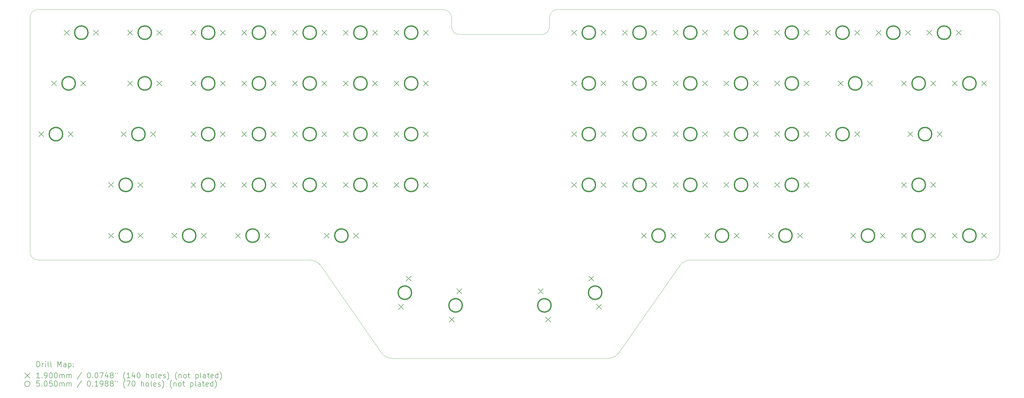
<source format=gbr>
%TF.GenerationSoftware,KiCad,Pcbnew,(6.0.10)*%
%TF.CreationDate,2023-02-11T23:58:20+13:00*%
%TF.ProjectId,orthoCode,6f727468-6f43-46f6-9465-2e6b69636164,rev?*%
%TF.SameCoordinates,Original*%
%TF.FileFunction,Drillmap*%
%TF.FilePolarity,Positive*%
%FSLAX45Y45*%
G04 Gerber Fmt 4.5, Leading zero omitted, Abs format (unit mm)*
G04 Created by KiCad (PCBNEW (6.0.10)) date 2023-02-11 23:58:20*
%MOMM*%
%LPD*%
G01*
G04 APERTURE LIST*
%ADD10C,0.050000*%
%ADD11C,0.200000*%
%ADD12C,0.190000*%
%ADD13C,0.505000*%
G04 APERTURE END LIST*
D10*
X38697868Y-15199998D02*
G75*
G03*
X38997868Y-14900000I2J299998D01*
G01*
X18420000Y-6440000D02*
G75*
G03*
X18720000Y-6740000I300000J0D01*
G01*
X27400000Y-15200724D02*
G75*
G03*
X27000000Y-15400000I10110J-521386D01*
G01*
X2900000Y-15200000D02*
X13100000Y-15200722D01*
X24300000Y-18900000D02*
X16190080Y-18900000D01*
X21800000Y-6740000D02*
G75*
G03*
X22100000Y-6440000I0J300000D01*
G01*
X2900000Y-5797868D02*
G75*
G03*
X2600000Y-6097868I0J-300000D01*
G01*
X2600000Y-6097868D02*
X2600000Y-14900000D01*
X27000000Y-15400000D02*
X24690080Y-18700060D01*
X18720000Y-6740000D02*
X21800000Y-6740000D01*
X22100000Y-6100000D02*
X22100000Y-6440000D01*
X38997868Y-6100000D02*
X38997868Y-14900000D01*
X2600000Y-14900000D02*
G75*
G03*
X2900000Y-15200000I300000J0D01*
G01*
X18419998Y-6100000D02*
G75*
G03*
X18120000Y-5800000I-299998J2D01*
G01*
X18120000Y-5800000D02*
X2900000Y-5797868D01*
X18420000Y-6100000D02*
X18420000Y-6440000D01*
X38697868Y-15200000D02*
X27400000Y-15200722D01*
X24300000Y-18900000D02*
G75*
G03*
X24690080Y-18700060I-10000J500000D01*
G01*
X15800000Y-18700060D02*
G75*
G03*
X16190080Y-18900000I400080J300060D01*
G01*
X38697868Y-5800000D02*
X22400000Y-5800000D01*
X13500000Y-15400000D02*
X15800000Y-18700060D01*
X38997868Y-6100000D02*
G75*
G03*
X38697868Y-5800000I-299998J2D01*
G01*
X22400000Y-5799998D02*
G75*
G03*
X22100000Y-6100000I0J-300000D01*
G01*
X13499999Y-15400001D02*
G75*
G03*
X13100000Y-15200722I-410109J-322099D01*
G01*
D11*
D12*
X2926875Y-10382500D02*
X3116875Y-10572500D01*
X3116875Y-10382500D02*
X2926875Y-10572500D01*
X3403125Y-8477500D02*
X3593125Y-8667500D01*
X3593125Y-8477500D02*
X3403125Y-8667500D01*
X3879375Y-6572500D02*
X4069375Y-6762500D01*
X4069375Y-6572500D02*
X3879375Y-6762500D01*
X4026875Y-10382500D02*
X4216875Y-10572500D01*
X4216875Y-10382500D02*
X4026875Y-10572500D01*
X4503125Y-8477500D02*
X4693125Y-8667500D01*
X4693125Y-8477500D02*
X4503125Y-8667500D01*
X4979375Y-6572500D02*
X5169375Y-6762500D01*
X5169375Y-6572500D02*
X4979375Y-6762500D01*
X5546250Y-12287500D02*
X5736250Y-12477500D01*
X5736250Y-12287500D02*
X5546250Y-12477500D01*
X5546250Y-14192500D02*
X5736250Y-14382500D01*
X5736250Y-14192500D02*
X5546250Y-14382500D01*
X6022500Y-10382500D02*
X6212500Y-10572500D01*
X6212500Y-10382500D02*
X6022500Y-10572500D01*
X6260625Y-6572500D02*
X6450625Y-6762500D01*
X6450625Y-6572500D02*
X6260625Y-6762500D01*
X6260625Y-8477500D02*
X6450625Y-8667500D01*
X6450625Y-8477500D02*
X6260625Y-8667500D01*
X6646250Y-12287500D02*
X6836250Y-12477500D01*
X6836250Y-12287500D02*
X6646250Y-12477500D01*
X6646250Y-14192500D02*
X6836250Y-14382500D01*
X6836250Y-14192500D02*
X6646250Y-14382500D01*
X7122500Y-10382500D02*
X7312500Y-10572500D01*
X7312500Y-10382500D02*
X7122500Y-10572500D01*
X7360625Y-6572500D02*
X7550625Y-6762500D01*
X7550625Y-6572500D02*
X7360625Y-6762500D01*
X7360625Y-8477500D02*
X7550625Y-8667500D01*
X7550625Y-8477500D02*
X7360625Y-8667500D01*
X7927500Y-14192500D02*
X8117500Y-14382500D01*
X8117500Y-14192500D02*
X7927500Y-14382500D01*
X8641875Y-6572500D02*
X8831875Y-6762500D01*
X8831875Y-6572500D02*
X8641875Y-6762500D01*
X8641875Y-8477500D02*
X8831875Y-8667500D01*
X8831875Y-8477500D02*
X8641875Y-8667500D01*
X8641875Y-10382500D02*
X8831875Y-10572500D01*
X8831875Y-10382500D02*
X8641875Y-10572500D01*
X8641875Y-12287500D02*
X8831875Y-12477500D01*
X8831875Y-12287500D02*
X8641875Y-12477500D01*
X9027500Y-14192500D02*
X9217500Y-14382500D01*
X9217500Y-14192500D02*
X9027500Y-14382500D01*
X9741875Y-6572500D02*
X9931875Y-6762500D01*
X9931875Y-6572500D02*
X9741875Y-6762500D01*
X9741875Y-8477500D02*
X9931875Y-8667500D01*
X9931875Y-8477500D02*
X9741875Y-8667500D01*
X9741875Y-10382500D02*
X9931875Y-10572500D01*
X9931875Y-10382500D02*
X9741875Y-10572500D01*
X9741875Y-12287500D02*
X9931875Y-12477500D01*
X9931875Y-12287500D02*
X9741875Y-12477500D01*
X10308750Y-14192500D02*
X10498750Y-14382500D01*
X10498750Y-14192500D02*
X10308750Y-14382500D01*
X10546875Y-6572500D02*
X10736875Y-6762500D01*
X10736875Y-6572500D02*
X10546875Y-6762500D01*
X10546875Y-8477500D02*
X10736875Y-8667500D01*
X10736875Y-8477500D02*
X10546875Y-8667500D01*
X10546875Y-10382500D02*
X10736875Y-10572500D01*
X10736875Y-10382500D02*
X10546875Y-10572500D01*
X10546875Y-12287500D02*
X10736875Y-12477500D01*
X10736875Y-12287500D02*
X10546875Y-12477500D01*
X11408750Y-14192500D02*
X11598750Y-14382500D01*
X11598750Y-14192500D02*
X11408750Y-14382500D01*
X11646875Y-6572500D02*
X11836875Y-6762500D01*
X11836875Y-6572500D02*
X11646875Y-6762500D01*
X11646875Y-8477500D02*
X11836875Y-8667500D01*
X11836875Y-8477500D02*
X11646875Y-8667500D01*
X11646875Y-10382500D02*
X11836875Y-10572500D01*
X11836875Y-10382500D02*
X11646875Y-10572500D01*
X11646875Y-12287500D02*
X11836875Y-12477500D01*
X11836875Y-12287500D02*
X11646875Y-12477500D01*
X12451875Y-6572500D02*
X12641875Y-6762500D01*
X12641875Y-6572500D02*
X12451875Y-6762500D01*
X12451875Y-8477500D02*
X12641875Y-8667500D01*
X12641875Y-8477500D02*
X12451875Y-8667500D01*
X12451875Y-10382500D02*
X12641875Y-10572500D01*
X12641875Y-10382500D02*
X12451875Y-10572500D01*
X12451875Y-12287500D02*
X12641875Y-12477500D01*
X12641875Y-12287500D02*
X12451875Y-12477500D01*
X13551875Y-6572500D02*
X13741875Y-6762500D01*
X13741875Y-6572500D02*
X13551875Y-6762500D01*
X13551875Y-8477500D02*
X13741875Y-8667500D01*
X13741875Y-8477500D02*
X13551875Y-8667500D01*
X13551875Y-10382500D02*
X13741875Y-10572500D01*
X13741875Y-10382500D02*
X13551875Y-10572500D01*
X13551875Y-12287500D02*
X13741875Y-12477500D01*
X13741875Y-12287500D02*
X13551875Y-12477500D01*
X13642500Y-14192500D02*
X13832500Y-14382500D01*
X13832500Y-14192500D02*
X13642500Y-14382500D01*
X14356875Y-6572500D02*
X14546875Y-6762500D01*
X14546875Y-6572500D02*
X14356875Y-6762500D01*
X14356875Y-8477500D02*
X14546875Y-8667500D01*
X14546875Y-8477500D02*
X14356875Y-8667500D01*
X14356875Y-10382500D02*
X14546875Y-10572500D01*
X14546875Y-10382500D02*
X14356875Y-10572500D01*
X14356875Y-12287500D02*
X14546875Y-12477500D01*
X14546875Y-12287500D02*
X14356875Y-12477500D01*
X14742500Y-14192500D02*
X14932500Y-14382500D01*
X14932500Y-14192500D02*
X14742500Y-14382500D01*
X15456875Y-6572500D02*
X15646875Y-6762500D01*
X15646875Y-6572500D02*
X15456875Y-6762500D01*
X15456875Y-8477500D02*
X15646875Y-8667500D01*
X15646875Y-8477500D02*
X15456875Y-8667500D01*
X15456875Y-10382500D02*
X15646875Y-10572500D01*
X15646875Y-10382500D02*
X15456875Y-10572500D01*
X15456875Y-12287500D02*
X15646875Y-12477500D01*
X15646875Y-12287500D02*
X15456875Y-12477500D01*
X16261875Y-6572500D02*
X16451875Y-6762500D01*
X16451875Y-6572500D02*
X16261875Y-6762500D01*
X16261875Y-8477500D02*
X16451875Y-8667500D01*
X16451875Y-8477500D02*
X16261875Y-8667500D01*
X16261875Y-10382500D02*
X16451875Y-10572500D01*
X16451875Y-10382500D02*
X16261875Y-10572500D01*
X16261875Y-12287500D02*
X16451875Y-12477500D01*
X16451875Y-12287500D02*
X16261875Y-12477500D01*
X16431399Y-16866884D02*
X16621399Y-17056884D01*
X16621399Y-16866884D02*
X16431399Y-17056884D01*
X16716100Y-15804366D02*
X16906101Y-15994366D01*
X16906101Y-15804366D02*
X16716100Y-15994366D01*
X17361875Y-6572500D02*
X17551875Y-6762500D01*
X17551875Y-6572500D02*
X17361875Y-6762500D01*
X17361875Y-8477500D02*
X17551875Y-8667500D01*
X17551875Y-8477500D02*
X17361875Y-8667500D01*
X17361875Y-10382500D02*
X17551875Y-10572500D01*
X17551875Y-10382500D02*
X17361875Y-10572500D01*
X17361875Y-12287500D02*
X17551875Y-12477500D01*
X17551875Y-12287500D02*
X17361875Y-12477500D01*
X18336400Y-17343134D02*
X18526400Y-17533134D01*
X18526400Y-17343134D02*
X18336400Y-17533134D01*
X18621101Y-16280616D02*
X18811101Y-16470616D01*
X18811101Y-16280616D02*
X18621101Y-16470616D01*
X21670150Y-16280616D02*
X21860150Y-16470616D01*
X21860150Y-16280616D02*
X21670150Y-16470616D01*
X21954851Y-17343134D02*
X22144851Y-17533134D01*
X22144851Y-17343134D02*
X21954851Y-17533134D01*
X22929375Y-6572500D02*
X23119375Y-6762500D01*
X23119375Y-6572500D02*
X22929375Y-6762500D01*
X22929375Y-8477500D02*
X23119375Y-8667500D01*
X23119375Y-8477500D02*
X22929375Y-8667500D01*
X22929375Y-10382500D02*
X23119375Y-10572500D01*
X23119375Y-10382500D02*
X22929375Y-10572500D01*
X22929375Y-12287500D02*
X23119375Y-12477500D01*
X23119375Y-12287500D02*
X22929375Y-12477500D01*
X23575149Y-15804366D02*
X23765149Y-15994366D01*
X23765149Y-15804366D02*
X23575149Y-15994366D01*
X23859850Y-16866884D02*
X24049850Y-17056884D01*
X24049850Y-16866884D02*
X23859850Y-17056884D01*
X24029375Y-6572500D02*
X24219375Y-6762500D01*
X24219375Y-6572500D02*
X24029375Y-6762500D01*
X24029375Y-8477500D02*
X24219375Y-8667500D01*
X24219375Y-8477500D02*
X24029375Y-8667500D01*
X24029375Y-10382500D02*
X24219375Y-10572500D01*
X24219375Y-10382500D02*
X24029375Y-10572500D01*
X24029375Y-12287500D02*
X24219375Y-12477500D01*
X24219375Y-12287500D02*
X24029375Y-12477500D01*
X24834375Y-6572500D02*
X25024375Y-6762500D01*
X25024375Y-6572500D02*
X24834375Y-6762500D01*
X24834375Y-8477500D02*
X25024375Y-8667500D01*
X25024375Y-8477500D02*
X24834375Y-8667500D01*
X24834375Y-10382500D02*
X25024375Y-10572500D01*
X25024375Y-10382500D02*
X24834375Y-10572500D01*
X24834375Y-12287500D02*
X25024375Y-12477500D01*
X25024375Y-12287500D02*
X24834375Y-12477500D01*
X25548750Y-14192500D02*
X25738750Y-14382500D01*
X25738750Y-14192500D02*
X25548750Y-14382500D01*
X25934375Y-6572500D02*
X26124375Y-6762500D01*
X26124375Y-6572500D02*
X25934375Y-6762500D01*
X25934375Y-8477500D02*
X26124375Y-8667500D01*
X26124375Y-8477500D02*
X25934375Y-8667500D01*
X25934375Y-10382500D02*
X26124375Y-10572500D01*
X26124375Y-10382500D02*
X25934375Y-10572500D01*
X25934375Y-12287500D02*
X26124375Y-12477500D01*
X26124375Y-12287500D02*
X25934375Y-12477500D01*
X26648750Y-14192500D02*
X26838750Y-14382500D01*
X26838750Y-14192500D02*
X26648750Y-14382500D01*
X26739375Y-6572500D02*
X26929375Y-6762500D01*
X26929375Y-6572500D02*
X26739375Y-6762500D01*
X26739375Y-8477500D02*
X26929375Y-8667500D01*
X26929375Y-8477500D02*
X26739375Y-8667500D01*
X26739375Y-10382500D02*
X26929375Y-10572500D01*
X26929375Y-10382500D02*
X26739375Y-10572500D01*
X26739375Y-12287500D02*
X26929375Y-12477500D01*
X26929375Y-12287500D02*
X26739375Y-12477500D01*
X27839375Y-6572500D02*
X28029375Y-6762500D01*
X28029375Y-6572500D02*
X27839375Y-6762500D01*
X27839375Y-8477500D02*
X28029375Y-8667500D01*
X28029375Y-8477500D02*
X27839375Y-8667500D01*
X27839375Y-10382500D02*
X28029375Y-10572500D01*
X28029375Y-10382500D02*
X27839375Y-10572500D01*
X27839375Y-12287500D02*
X28029375Y-12477500D01*
X28029375Y-12287500D02*
X27839375Y-12477500D01*
X27930000Y-14192500D02*
X28120000Y-14382500D01*
X28120000Y-14192500D02*
X27930000Y-14382500D01*
X28644375Y-6572500D02*
X28834375Y-6762500D01*
X28834375Y-6572500D02*
X28644375Y-6762500D01*
X28644375Y-8477500D02*
X28834375Y-8667500D01*
X28834375Y-8477500D02*
X28644375Y-8667500D01*
X28644375Y-10382500D02*
X28834375Y-10572500D01*
X28834375Y-10382500D02*
X28644375Y-10572500D01*
X28644375Y-12287500D02*
X28834375Y-12477500D01*
X28834375Y-12287500D02*
X28644375Y-12477500D01*
X29030000Y-14192500D02*
X29220000Y-14382500D01*
X29220000Y-14192500D02*
X29030000Y-14382500D01*
X29744375Y-6572500D02*
X29934375Y-6762500D01*
X29934375Y-6572500D02*
X29744375Y-6762500D01*
X29744375Y-8477500D02*
X29934375Y-8667500D01*
X29934375Y-8477500D02*
X29744375Y-8667500D01*
X29744375Y-10382500D02*
X29934375Y-10572500D01*
X29934375Y-10382500D02*
X29744375Y-10572500D01*
X29744375Y-12287500D02*
X29934375Y-12477500D01*
X29934375Y-12287500D02*
X29744375Y-12477500D01*
X30311250Y-14192500D02*
X30501250Y-14382500D01*
X30501250Y-14192500D02*
X30311250Y-14382500D01*
X30549375Y-6572500D02*
X30739375Y-6762500D01*
X30739375Y-6572500D02*
X30549375Y-6762500D01*
X30549375Y-8477500D02*
X30739375Y-8667500D01*
X30739375Y-8477500D02*
X30549375Y-8667500D01*
X30549375Y-10382500D02*
X30739375Y-10572500D01*
X30739375Y-10382500D02*
X30549375Y-10572500D01*
X30549375Y-12287500D02*
X30739375Y-12477500D01*
X30739375Y-12287500D02*
X30549375Y-12477500D01*
X31411250Y-14192500D02*
X31601250Y-14382500D01*
X31601250Y-14192500D02*
X31411250Y-14382500D01*
X31649375Y-6572500D02*
X31839375Y-6762500D01*
X31839375Y-6572500D02*
X31649375Y-6762500D01*
X31649375Y-8477500D02*
X31839375Y-8667500D01*
X31839375Y-8477500D02*
X31649375Y-8667500D01*
X31649375Y-10382500D02*
X31839375Y-10572500D01*
X31839375Y-10382500D02*
X31649375Y-10572500D01*
X31649375Y-12287500D02*
X31839375Y-12477500D01*
X31839375Y-12287500D02*
X31649375Y-12477500D01*
X32454375Y-6572500D02*
X32644375Y-6762500D01*
X32644375Y-6572500D02*
X32454375Y-6762500D01*
X32454375Y-10382500D02*
X32644375Y-10572500D01*
X32644375Y-10382500D02*
X32454375Y-10572500D01*
X32930625Y-8477500D02*
X33120625Y-8667500D01*
X33120625Y-8477500D02*
X32930625Y-8667500D01*
X33406875Y-14192500D02*
X33596875Y-14382500D01*
X33596875Y-14192500D02*
X33406875Y-14382500D01*
X33554375Y-6572500D02*
X33744375Y-6762500D01*
X33744375Y-6572500D02*
X33554375Y-6762500D01*
X33554375Y-10382500D02*
X33744375Y-10572500D01*
X33744375Y-10382500D02*
X33554375Y-10572500D01*
X34030625Y-8477500D02*
X34220625Y-8667500D01*
X34220625Y-8477500D02*
X34030625Y-8667500D01*
X34359375Y-6572500D02*
X34549375Y-6762500D01*
X34549375Y-6572500D02*
X34359375Y-6762500D01*
X34506875Y-14192500D02*
X34696875Y-14382500D01*
X34696875Y-14192500D02*
X34506875Y-14382500D01*
X35311875Y-8477500D02*
X35501875Y-8667500D01*
X35501875Y-8477500D02*
X35311875Y-8667500D01*
X35311875Y-12287500D02*
X35501875Y-12477500D01*
X35501875Y-12287500D02*
X35311875Y-12477500D01*
X35311875Y-14192500D02*
X35501875Y-14382500D01*
X35501875Y-14192500D02*
X35311875Y-14382500D01*
X35459375Y-6572500D02*
X35649375Y-6762500D01*
X35649375Y-6572500D02*
X35459375Y-6762500D01*
X35550000Y-10382500D02*
X35740000Y-10572500D01*
X35740000Y-10382500D02*
X35550000Y-10572500D01*
X36264375Y-6572500D02*
X36454375Y-6762500D01*
X36454375Y-6572500D02*
X36264375Y-6762500D01*
X36411875Y-8477500D02*
X36601875Y-8667500D01*
X36601875Y-8477500D02*
X36411875Y-8667500D01*
X36411875Y-12287500D02*
X36601875Y-12477500D01*
X36601875Y-12287500D02*
X36411875Y-12477500D01*
X36411875Y-14192500D02*
X36601875Y-14382500D01*
X36601875Y-14192500D02*
X36411875Y-14382500D01*
X36650000Y-10382500D02*
X36840000Y-10572500D01*
X36840000Y-10382500D02*
X36650000Y-10572500D01*
X37216875Y-8477500D02*
X37406875Y-8667500D01*
X37406875Y-8477500D02*
X37216875Y-8667500D01*
X37216875Y-14192500D02*
X37406875Y-14382500D01*
X37406875Y-14192500D02*
X37216875Y-14382500D01*
X37364375Y-6572500D02*
X37554375Y-6762500D01*
X37554375Y-6572500D02*
X37364375Y-6762500D01*
X38316875Y-8477500D02*
X38506875Y-8667500D01*
X38506875Y-8477500D02*
X38316875Y-8667500D01*
X38316875Y-14192500D02*
X38506875Y-14382500D01*
X38506875Y-14192500D02*
X38316875Y-14382500D01*
D13*
X3824375Y-10477500D02*
G75*
G03*
X3824375Y-10477500I-252500J0D01*
G01*
X4300625Y-8572500D02*
G75*
G03*
X4300625Y-8572500I-252500J0D01*
G01*
X4776875Y-6667500D02*
G75*
G03*
X4776875Y-6667500I-252500J0D01*
G01*
X6443750Y-12382500D02*
G75*
G03*
X6443750Y-12382500I-252500J0D01*
G01*
X6443750Y-14287500D02*
G75*
G03*
X6443750Y-14287500I-252500J0D01*
G01*
X6920000Y-10477500D02*
G75*
G03*
X6920000Y-10477500I-252500J0D01*
G01*
X7158125Y-6667500D02*
G75*
G03*
X7158125Y-6667500I-252500J0D01*
G01*
X7158125Y-8572500D02*
G75*
G03*
X7158125Y-8572500I-252500J0D01*
G01*
X8825000Y-14287500D02*
G75*
G03*
X8825000Y-14287500I-252500J0D01*
G01*
X9539375Y-6667500D02*
G75*
G03*
X9539375Y-6667500I-252500J0D01*
G01*
X9539375Y-8572500D02*
G75*
G03*
X9539375Y-8572500I-252500J0D01*
G01*
X9539375Y-10477500D02*
G75*
G03*
X9539375Y-10477500I-252500J0D01*
G01*
X9539375Y-12382500D02*
G75*
G03*
X9539375Y-12382500I-252500J0D01*
G01*
X11206250Y-14287500D02*
G75*
G03*
X11206250Y-14287500I-252500J0D01*
G01*
X11444375Y-6667500D02*
G75*
G03*
X11444375Y-6667500I-252500J0D01*
G01*
X11444375Y-8572500D02*
G75*
G03*
X11444375Y-8572500I-252500J0D01*
G01*
X11444375Y-10477500D02*
G75*
G03*
X11444375Y-10477500I-252500J0D01*
G01*
X11444375Y-12382500D02*
G75*
G03*
X11444375Y-12382500I-252500J0D01*
G01*
X13349375Y-6667500D02*
G75*
G03*
X13349375Y-6667500I-252500J0D01*
G01*
X13349375Y-8572500D02*
G75*
G03*
X13349375Y-8572500I-252500J0D01*
G01*
X13349375Y-10477500D02*
G75*
G03*
X13349375Y-10477500I-252500J0D01*
G01*
X13349375Y-12382500D02*
G75*
G03*
X13349375Y-12382500I-252500J0D01*
G01*
X14540000Y-14287500D02*
G75*
G03*
X14540000Y-14287500I-252500J0D01*
G01*
X15254375Y-6667500D02*
G75*
G03*
X15254375Y-6667500I-252500J0D01*
G01*
X15254375Y-8572500D02*
G75*
G03*
X15254375Y-8572500I-252500J0D01*
G01*
X15254375Y-10477500D02*
G75*
G03*
X15254375Y-10477500I-252500J0D01*
G01*
X15254375Y-12382500D02*
G75*
G03*
X15254375Y-12382500I-252500J0D01*
G01*
X16921250Y-16430625D02*
G75*
G03*
X16921250Y-16430625I-252500J0D01*
G01*
X17159375Y-6667500D02*
G75*
G03*
X17159375Y-6667500I-252500J0D01*
G01*
X17159375Y-8572500D02*
G75*
G03*
X17159375Y-8572500I-252500J0D01*
G01*
X17159375Y-10477500D02*
G75*
G03*
X17159375Y-10477500I-252500J0D01*
G01*
X17159375Y-12382500D02*
G75*
G03*
X17159375Y-12382500I-252500J0D01*
G01*
X18826250Y-16906875D02*
G75*
G03*
X18826250Y-16906875I-252500J0D01*
G01*
X22160000Y-16906875D02*
G75*
G03*
X22160000Y-16906875I-252500J0D01*
G01*
X23826875Y-6667500D02*
G75*
G03*
X23826875Y-6667500I-252500J0D01*
G01*
X23826875Y-8572500D02*
G75*
G03*
X23826875Y-8572500I-252500J0D01*
G01*
X23826875Y-10477500D02*
G75*
G03*
X23826875Y-10477500I-252500J0D01*
G01*
X23826875Y-12382500D02*
G75*
G03*
X23826875Y-12382500I-252500J0D01*
G01*
X24065000Y-16430625D02*
G75*
G03*
X24065000Y-16430625I-252500J0D01*
G01*
X25731875Y-6667500D02*
G75*
G03*
X25731875Y-6667500I-252500J0D01*
G01*
X25731875Y-8572500D02*
G75*
G03*
X25731875Y-8572500I-252500J0D01*
G01*
X25731875Y-10477500D02*
G75*
G03*
X25731875Y-10477500I-252500J0D01*
G01*
X25731875Y-12382500D02*
G75*
G03*
X25731875Y-12382500I-252500J0D01*
G01*
X26446250Y-14287500D02*
G75*
G03*
X26446250Y-14287500I-252500J0D01*
G01*
X27636875Y-6667500D02*
G75*
G03*
X27636875Y-6667500I-252500J0D01*
G01*
X27636875Y-8572500D02*
G75*
G03*
X27636875Y-8572500I-252500J0D01*
G01*
X27636875Y-10477500D02*
G75*
G03*
X27636875Y-10477500I-252500J0D01*
G01*
X27636875Y-12382500D02*
G75*
G03*
X27636875Y-12382500I-252500J0D01*
G01*
X28827500Y-14287500D02*
G75*
G03*
X28827500Y-14287500I-252500J0D01*
G01*
X29541875Y-6667500D02*
G75*
G03*
X29541875Y-6667500I-252500J0D01*
G01*
X29541875Y-8572500D02*
G75*
G03*
X29541875Y-8572500I-252500J0D01*
G01*
X29541875Y-10477500D02*
G75*
G03*
X29541875Y-10477500I-252500J0D01*
G01*
X29541875Y-12382500D02*
G75*
G03*
X29541875Y-12382500I-252500J0D01*
G01*
X31208750Y-14287500D02*
G75*
G03*
X31208750Y-14287500I-252500J0D01*
G01*
X31446875Y-6667500D02*
G75*
G03*
X31446875Y-6667500I-252500J0D01*
G01*
X31446875Y-8572500D02*
G75*
G03*
X31446875Y-8572500I-252500J0D01*
G01*
X31446875Y-10477500D02*
G75*
G03*
X31446875Y-10477500I-252500J0D01*
G01*
X31446875Y-12382500D02*
G75*
G03*
X31446875Y-12382500I-252500J0D01*
G01*
X33351875Y-6667500D02*
G75*
G03*
X33351875Y-6667500I-252500J0D01*
G01*
X33351875Y-10477500D02*
G75*
G03*
X33351875Y-10477500I-252500J0D01*
G01*
X33828125Y-8572500D02*
G75*
G03*
X33828125Y-8572500I-252500J0D01*
G01*
X34304375Y-14287500D02*
G75*
G03*
X34304375Y-14287500I-252500J0D01*
G01*
X35256875Y-6667500D02*
G75*
G03*
X35256875Y-6667500I-252500J0D01*
G01*
X36209375Y-8572500D02*
G75*
G03*
X36209375Y-8572500I-252500J0D01*
G01*
X36209375Y-12382500D02*
G75*
G03*
X36209375Y-12382500I-252500J0D01*
G01*
X36209375Y-14287500D02*
G75*
G03*
X36209375Y-14287500I-252500J0D01*
G01*
X36447500Y-10477500D02*
G75*
G03*
X36447500Y-10477500I-252500J0D01*
G01*
X37161875Y-6667500D02*
G75*
G03*
X37161875Y-6667500I-252500J0D01*
G01*
X38114375Y-8572500D02*
G75*
G03*
X38114375Y-8572500I-252500J0D01*
G01*
X38114375Y-14287500D02*
G75*
G03*
X38114375Y-14287500I-252500J0D01*
G01*
D11*
X2855119Y-19212976D02*
X2855119Y-19012976D01*
X2902738Y-19012976D01*
X2931309Y-19022500D01*
X2950357Y-19041548D01*
X2959881Y-19060595D01*
X2969405Y-19098691D01*
X2969405Y-19127262D01*
X2959881Y-19165357D01*
X2950357Y-19184405D01*
X2931309Y-19203452D01*
X2902738Y-19212976D01*
X2855119Y-19212976D01*
X3055119Y-19212976D02*
X3055119Y-19079643D01*
X3055119Y-19117738D02*
X3064643Y-19098691D01*
X3074167Y-19089167D01*
X3093214Y-19079643D01*
X3112262Y-19079643D01*
X3178928Y-19212976D02*
X3178928Y-19079643D01*
X3178928Y-19012976D02*
X3169405Y-19022500D01*
X3178928Y-19032024D01*
X3188452Y-19022500D01*
X3178928Y-19012976D01*
X3178928Y-19032024D01*
X3302738Y-19212976D02*
X3283690Y-19203452D01*
X3274167Y-19184405D01*
X3274167Y-19012976D01*
X3407500Y-19212976D02*
X3388452Y-19203452D01*
X3378928Y-19184405D01*
X3378928Y-19012976D01*
X3636071Y-19212976D02*
X3636071Y-19012976D01*
X3702738Y-19155833D01*
X3769405Y-19012976D01*
X3769405Y-19212976D01*
X3950357Y-19212976D02*
X3950357Y-19108214D01*
X3940833Y-19089167D01*
X3921786Y-19079643D01*
X3883690Y-19079643D01*
X3864643Y-19089167D01*
X3950357Y-19203452D02*
X3931309Y-19212976D01*
X3883690Y-19212976D01*
X3864643Y-19203452D01*
X3855119Y-19184405D01*
X3855119Y-19165357D01*
X3864643Y-19146310D01*
X3883690Y-19136786D01*
X3931309Y-19136786D01*
X3950357Y-19127262D01*
X4045595Y-19079643D02*
X4045595Y-19279643D01*
X4045595Y-19089167D02*
X4064643Y-19079643D01*
X4102738Y-19079643D01*
X4121786Y-19089167D01*
X4131309Y-19098691D01*
X4140833Y-19117738D01*
X4140833Y-19174881D01*
X4131309Y-19193929D01*
X4121786Y-19203452D01*
X4102738Y-19212976D01*
X4064643Y-19212976D01*
X4045595Y-19203452D01*
X4226548Y-19193929D02*
X4236071Y-19203452D01*
X4226548Y-19212976D01*
X4217024Y-19203452D01*
X4226548Y-19193929D01*
X4226548Y-19212976D01*
X4226548Y-19089167D02*
X4236071Y-19098691D01*
X4226548Y-19108214D01*
X4217024Y-19098691D01*
X4226548Y-19089167D01*
X4226548Y-19108214D01*
D12*
X2407500Y-19447500D02*
X2597500Y-19637500D01*
X2597500Y-19447500D02*
X2407500Y-19637500D01*
D11*
X2959881Y-19632976D02*
X2845595Y-19632976D01*
X2902738Y-19632976D02*
X2902738Y-19432976D01*
X2883690Y-19461548D01*
X2864643Y-19480595D01*
X2845595Y-19490119D01*
X3045595Y-19613929D02*
X3055119Y-19623452D01*
X3045595Y-19632976D01*
X3036071Y-19623452D01*
X3045595Y-19613929D01*
X3045595Y-19632976D01*
X3150357Y-19632976D02*
X3188452Y-19632976D01*
X3207500Y-19623452D01*
X3217024Y-19613929D01*
X3236071Y-19585357D01*
X3245595Y-19547262D01*
X3245595Y-19471072D01*
X3236071Y-19452024D01*
X3226548Y-19442500D01*
X3207500Y-19432976D01*
X3169405Y-19432976D01*
X3150357Y-19442500D01*
X3140833Y-19452024D01*
X3131309Y-19471072D01*
X3131309Y-19518691D01*
X3140833Y-19537738D01*
X3150357Y-19547262D01*
X3169405Y-19556786D01*
X3207500Y-19556786D01*
X3226548Y-19547262D01*
X3236071Y-19537738D01*
X3245595Y-19518691D01*
X3369405Y-19432976D02*
X3388452Y-19432976D01*
X3407500Y-19442500D01*
X3417024Y-19452024D01*
X3426548Y-19471072D01*
X3436071Y-19509167D01*
X3436071Y-19556786D01*
X3426548Y-19594881D01*
X3417024Y-19613929D01*
X3407500Y-19623452D01*
X3388452Y-19632976D01*
X3369405Y-19632976D01*
X3350357Y-19623452D01*
X3340833Y-19613929D01*
X3331309Y-19594881D01*
X3321786Y-19556786D01*
X3321786Y-19509167D01*
X3331309Y-19471072D01*
X3340833Y-19452024D01*
X3350357Y-19442500D01*
X3369405Y-19432976D01*
X3559881Y-19432976D02*
X3578928Y-19432976D01*
X3597976Y-19442500D01*
X3607500Y-19452024D01*
X3617024Y-19471072D01*
X3626548Y-19509167D01*
X3626548Y-19556786D01*
X3617024Y-19594881D01*
X3607500Y-19613929D01*
X3597976Y-19623452D01*
X3578928Y-19632976D01*
X3559881Y-19632976D01*
X3540833Y-19623452D01*
X3531309Y-19613929D01*
X3521786Y-19594881D01*
X3512262Y-19556786D01*
X3512262Y-19509167D01*
X3521786Y-19471072D01*
X3531309Y-19452024D01*
X3540833Y-19442500D01*
X3559881Y-19432976D01*
X3712262Y-19632976D02*
X3712262Y-19499643D01*
X3712262Y-19518691D02*
X3721786Y-19509167D01*
X3740833Y-19499643D01*
X3769405Y-19499643D01*
X3788452Y-19509167D01*
X3797976Y-19528214D01*
X3797976Y-19632976D01*
X3797976Y-19528214D02*
X3807500Y-19509167D01*
X3826548Y-19499643D01*
X3855119Y-19499643D01*
X3874167Y-19509167D01*
X3883690Y-19528214D01*
X3883690Y-19632976D01*
X3978928Y-19632976D02*
X3978928Y-19499643D01*
X3978928Y-19518691D02*
X3988452Y-19509167D01*
X4007500Y-19499643D01*
X4036071Y-19499643D01*
X4055119Y-19509167D01*
X4064643Y-19528214D01*
X4064643Y-19632976D01*
X4064643Y-19528214D02*
X4074167Y-19509167D01*
X4093214Y-19499643D01*
X4121786Y-19499643D01*
X4140833Y-19509167D01*
X4150357Y-19528214D01*
X4150357Y-19632976D01*
X4540833Y-19423452D02*
X4369405Y-19680595D01*
X4797976Y-19432976D02*
X4817024Y-19432976D01*
X4836071Y-19442500D01*
X4845595Y-19452024D01*
X4855119Y-19471072D01*
X4864643Y-19509167D01*
X4864643Y-19556786D01*
X4855119Y-19594881D01*
X4845595Y-19613929D01*
X4836071Y-19623452D01*
X4817024Y-19632976D01*
X4797976Y-19632976D01*
X4778929Y-19623452D01*
X4769405Y-19613929D01*
X4759881Y-19594881D01*
X4750357Y-19556786D01*
X4750357Y-19509167D01*
X4759881Y-19471072D01*
X4769405Y-19452024D01*
X4778929Y-19442500D01*
X4797976Y-19432976D01*
X4950357Y-19613929D02*
X4959881Y-19623452D01*
X4950357Y-19632976D01*
X4940833Y-19623452D01*
X4950357Y-19613929D01*
X4950357Y-19632976D01*
X5083690Y-19432976D02*
X5102738Y-19432976D01*
X5121786Y-19442500D01*
X5131310Y-19452024D01*
X5140833Y-19471072D01*
X5150357Y-19509167D01*
X5150357Y-19556786D01*
X5140833Y-19594881D01*
X5131310Y-19613929D01*
X5121786Y-19623452D01*
X5102738Y-19632976D01*
X5083690Y-19632976D01*
X5064643Y-19623452D01*
X5055119Y-19613929D01*
X5045595Y-19594881D01*
X5036071Y-19556786D01*
X5036071Y-19509167D01*
X5045595Y-19471072D01*
X5055119Y-19452024D01*
X5064643Y-19442500D01*
X5083690Y-19432976D01*
X5217024Y-19432976D02*
X5350357Y-19432976D01*
X5264643Y-19632976D01*
X5512262Y-19499643D02*
X5512262Y-19632976D01*
X5464643Y-19423452D02*
X5417024Y-19566310D01*
X5540833Y-19566310D01*
X5645595Y-19518691D02*
X5626548Y-19509167D01*
X5617024Y-19499643D01*
X5607500Y-19480595D01*
X5607500Y-19471072D01*
X5617024Y-19452024D01*
X5626548Y-19442500D01*
X5645595Y-19432976D01*
X5683690Y-19432976D01*
X5702738Y-19442500D01*
X5712262Y-19452024D01*
X5721786Y-19471072D01*
X5721786Y-19480595D01*
X5712262Y-19499643D01*
X5702738Y-19509167D01*
X5683690Y-19518691D01*
X5645595Y-19518691D01*
X5626548Y-19528214D01*
X5617024Y-19537738D01*
X5607500Y-19556786D01*
X5607500Y-19594881D01*
X5617024Y-19613929D01*
X5626548Y-19623452D01*
X5645595Y-19632976D01*
X5683690Y-19632976D01*
X5702738Y-19623452D01*
X5712262Y-19613929D01*
X5721786Y-19594881D01*
X5721786Y-19556786D01*
X5712262Y-19537738D01*
X5702738Y-19528214D01*
X5683690Y-19518691D01*
X5797976Y-19432976D02*
X5797976Y-19471072D01*
X5874167Y-19432976D02*
X5874167Y-19471072D01*
X6169405Y-19709167D02*
X6159881Y-19699643D01*
X6140833Y-19671072D01*
X6131309Y-19652024D01*
X6121786Y-19623452D01*
X6112262Y-19575833D01*
X6112262Y-19537738D01*
X6121786Y-19490119D01*
X6131309Y-19461548D01*
X6140833Y-19442500D01*
X6159881Y-19413929D01*
X6169405Y-19404405D01*
X6350357Y-19632976D02*
X6236071Y-19632976D01*
X6293214Y-19632976D02*
X6293214Y-19432976D01*
X6274167Y-19461548D01*
X6255119Y-19480595D01*
X6236071Y-19490119D01*
X6521786Y-19499643D02*
X6521786Y-19632976D01*
X6474167Y-19423452D02*
X6426548Y-19566310D01*
X6550357Y-19566310D01*
X6664643Y-19432976D02*
X6683690Y-19432976D01*
X6702738Y-19442500D01*
X6712262Y-19452024D01*
X6721786Y-19471072D01*
X6731309Y-19509167D01*
X6731309Y-19556786D01*
X6721786Y-19594881D01*
X6712262Y-19613929D01*
X6702738Y-19623452D01*
X6683690Y-19632976D01*
X6664643Y-19632976D01*
X6645595Y-19623452D01*
X6636071Y-19613929D01*
X6626548Y-19594881D01*
X6617024Y-19556786D01*
X6617024Y-19509167D01*
X6626548Y-19471072D01*
X6636071Y-19452024D01*
X6645595Y-19442500D01*
X6664643Y-19432976D01*
X6969405Y-19632976D02*
X6969405Y-19432976D01*
X7055119Y-19632976D02*
X7055119Y-19528214D01*
X7045595Y-19509167D01*
X7026548Y-19499643D01*
X6997976Y-19499643D01*
X6978928Y-19509167D01*
X6969405Y-19518691D01*
X7178928Y-19632976D02*
X7159881Y-19623452D01*
X7150357Y-19613929D01*
X7140833Y-19594881D01*
X7140833Y-19537738D01*
X7150357Y-19518691D01*
X7159881Y-19509167D01*
X7178928Y-19499643D01*
X7207500Y-19499643D01*
X7226548Y-19509167D01*
X7236071Y-19518691D01*
X7245595Y-19537738D01*
X7245595Y-19594881D01*
X7236071Y-19613929D01*
X7226548Y-19623452D01*
X7207500Y-19632976D01*
X7178928Y-19632976D01*
X7359881Y-19632976D02*
X7340833Y-19623452D01*
X7331309Y-19604405D01*
X7331309Y-19432976D01*
X7512262Y-19623452D02*
X7493214Y-19632976D01*
X7455119Y-19632976D01*
X7436071Y-19623452D01*
X7426548Y-19604405D01*
X7426548Y-19528214D01*
X7436071Y-19509167D01*
X7455119Y-19499643D01*
X7493214Y-19499643D01*
X7512262Y-19509167D01*
X7521786Y-19528214D01*
X7521786Y-19547262D01*
X7426548Y-19566310D01*
X7597976Y-19623452D02*
X7617024Y-19632976D01*
X7655119Y-19632976D01*
X7674167Y-19623452D01*
X7683690Y-19604405D01*
X7683690Y-19594881D01*
X7674167Y-19575833D01*
X7655119Y-19566310D01*
X7626548Y-19566310D01*
X7607500Y-19556786D01*
X7597976Y-19537738D01*
X7597976Y-19528214D01*
X7607500Y-19509167D01*
X7626548Y-19499643D01*
X7655119Y-19499643D01*
X7674167Y-19509167D01*
X7750357Y-19709167D02*
X7759881Y-19699643D01*
X7778928Y-19671072D01*
X7788452Y-19652024D01*
X7797976Y-19623452D01*
X7807500Y-19575833D01*
X7807500Y-19537738D01*
X7797976Y-19490119D01*
X7788452Y-19461548D01*
X7778928Y-19442500D01*
X7759881Y-19413929D01*
X7750357Y-19404405D01*
X8112262Y-19709167D02*
X8102738Y-19699643D01*
X8083690Y-19671072D01*
X8074167Y-19652024D01*
X8064643Y-19623452D01*
X8055119Y-19575833D01*
X8055119Y-19537738D01*
X8064643Y-19490119D01*
X8074167Y-19461548D01*
X8083690Y-19442500D01*
X8102738Y-19413929D01*
X8112262Y-19404405D01*
X8188452Y-19499643D02*
X8188452Y-19632976D01*
X8188452Y-19518691D02*
X8197976Y-19509167D01*
X8217024Y-19499643D01*
X8245595Y-19499643D01*
X8264643Y-19509167D01*
X8274167Y-19528214D01*
X8274167Y-19632976D01*
X8397976Y-19632976D02*
X8378928Y-19623452D01*
X8369405Y-19613929D01*
X8359881Y-19594881D01*
X8359881Y-19537738D01*
X8369405Y-19518691D01*
X8378928Y-19509167D01*
X8397976Y-19499643D01*
X8426548Y-19499643D01*
X8445595Y-19509167D01*
X8455119Y-19518691D01*
X8464643Y-19537738D01*
X8464643Y-19594881D01*
X8455119Y-19613929D01*
X8445595Y-19623452D01*
X8426548Y-19632976D01*
X8397976Y-19632976D01*
X8521786Y-19499643D02*
X8597976Y-19499643D01*
X8550357Y-19432976D02*
X8550357Y-19604405D01*
X8559881Y-19623452D01*
X8578929Y-19632976D01*
X8597976Y-19632976D01*
X8817024Y-19499643D02*
X8817024Y-19699643D01*
X8817024Y-19509167D02*
X8836071Y-19499643D01*
X8874167Y-19499643D01*
X8893214Y-19509167D01*
X8902738Y-19518691D01*
X8912262Y-19537738D01*
X8912262Y-19594881D01*
X8902738Y-19613929D01*
X8893214Y-19623452D01*
X8874167Y-19632976D01*
X8836071Y-19632976D01*
X8817024Y-19623452D01*
X9026548Y-19632976D02*
X9007500Y-19623452D01*
X8997976Y-19604405D01*
X8997976Y-19432976D01*
X9188452Y-19632976D02*
X9188452Y-19528214D01*
X9178929Y-19509167D01*
X9159881Y-19499643D01*
X9121786Y-19499643D01*
X9102738Y-19509167D01*
X9188452Y-19623452D02*
X9169405Y-19632976D01*
X9121786Y-19632976D01*
X9102738Y-19623452D01*
X9093214Y-19604405D01*
X9093214Y-19585357D01*
X9102738Y-19566310D01*
X9121786Y-19556786D01*
X9169405Y-19556786D01*
X9188452Y-19547262D01*
X9255119Y-19499643D02*
X9331310Y-19499643D01*
X9283690Y-19432976D02*
X9283690Y-19604405D01*
X9293214Y-19623452D01*
X9312262Y-19632976D01*
X9331310Y-19632976D01*
X9474167Y-19623452D02*
X9455119Y-19632976D01*
X9417024Y-19632976D01*
X9397976Y-19623452D01*
X9388452Y-19604405D01*
X9388452Y-19528214D01*
X9397976Y-19509167D01*
X9417024Y-19499643D01*
X9455119Y-19499643D01*
X9474167Y-19509167D01*
X9483690Y-19528214D01*
X9483690Y-19547262D01*
X9388452Y-19566310D01*
X9655119Y-19632976D02*
X9655119Y-19432976D01*
X9655119Y-19623452D02*
X9636071Y-19632976D01*
X9597976Y-19632976D01*
X9578929Y-19623452D01*
X9569405Y-19613929D01*
X9559881Y-19594881D01*
X9559881Y-19537738D01*
X9569405Y-19518691D01*
X9578929Y-19509167D01*
X9597976Y-19499643D01*
X9636071Y-19499643D01*
X9655119Y-19509167D01*
X9731310Y-19709167D02*
X9740833Y-19699643D01*
X9759881Y-19671072D01*
X9769405Y-19652024D01*
X9778929Y-19623452D01*
X9788452Y-19575833D01*
X9788452Y-19537738D01*
X9778929Y-19490119D01*
X9769405Y-19461548D01*
X9759881Y-19442500D01*
X9740833Y-19413929D01*
X9731310Y-19404405D01*
X2597500Y-19852500D02*
G75*
G03*
X2597500Y-19852500I-100000J0D01*
G01*
X2950357Y-19742976D02*
X2855119Y-19742976D01*
X2845595Y-19838214D01*
X2855119Y-19828691D01*
X2874167Y-19819167D01*
X2921786Y-19819167D01*
X2940833Y-19828691D01*
X2950357Y-19838214D01*
X2959881Y-19857262D01*
X2959881Y-19904881D01*
X2950357Y-19923929D01*
X2940833Y-19933452D01*
X2921786Y-19942976D01*
X2874167Y-19942976D01*
X2855119Y-19933452D01*
X2845595Y-19923929D01*
X3045595Y-19923929D02*
X3055119Y-19933452D01*
X3045595Y-19942976D01*
X3036071Y-19933452D01*
X3045595Y-19923929D01*
X3045595Y-19942976D01*
X3178928Y-19742976D02*
X3197976Y-19742976D01*
X3217024Y-19752500D01*
X3226548Y-19762024D01*
X3236071Y-19781072D01*
X3245595Y-19819167D01*
X3245595Y-19866786D01*
X3236071Y-19904881D01*
X3226548Y-19923929D01*
X3217024Y-19933452D01*
X3197976Y-19942976D01*
X3178928Y-19942976D01*
X3159881Y-19933452D01*
X3150357Y-19923929D01*
X3140833Y-19904881D01*
X3131309Y-19866786D01*
X3131309Y-19819167D01*
X3140833Y-19781072D01*
X3150357Y-19762024D01*
X3159881Y-19752500D01*
X3178928Y-19742976D01*
X3426548Y-19742976D02*
X3331309Y-19742976D01*
X3321786Y-19838214D01*
X3331309Y-19828691D01*
X3350357Y-19819167D01*
X3397976Y-19819167D01*
X3417024Y-19828691D01*
X3426548Y-19838214D01*
X3436071Y-19857262D01*
X3436071Y-19904881D01*
X3426548Y-19923929D01*
X3417024Y-19933452D01*
X3397976Y-19942976D01*
X3350357Y-19942976D01*
X3331309Y-19933452D01*
X3321786Y-19923929D01*
X3559881Y-19742976D02*
X3578928Y-19742976D01*
X3597976Y-19752500D01*
X3607500Y-19762024D01*
X3617024Y-19781072D01*
X3626548Y-19819167D01*
X3626548Y-19866786D01*
X3617024Y-19904881D01*
X3607500Y-19923929D01*
X3597976Y-19933452D01*
X3578928Y-19942976D01*
X3559881Y-19942976D01*
X3540833Y-19933452D01*
X3531309Y-19923929D01*
X3521786Y-19904881D01*
X3512262Y-19866786D01*
X3512262Y-19819167D01*
X3521786Y-19781072D01*
X3531309Y-19762024D01*
X3540833Y-19752500D01*
X3559881Y-19742976D01*
X3712262Y-19942976D02*
X3712262Y-19809643D01*
X3712262Y-19828691D02*
X3721786Y-19819167D01*
X3740833Y-19809643D01*
X3769405Y-19809643D01*
X3788452Y-19819167D01*
X3797976Y-19838214D01*
X3797976Y-19942976D01*
X3797976Y-19838214D02*
X3807500Y-19819167D01*
X3826548Y-19809643D01*
X3855119Y-19809643D01*
X3874167Y-19819167D01*
X3883690Y-19838214D01*
X3883690Y-19942976D01*
X3978928Y-19942976D02*
X3978928Y-19809643D01*
X3978928Y-19828691D02*
X3988452Y-19819167D01*
X4007500Y-19809643D01*
X4036071Y-19809643D01*
X4055119Y-19819167D01*
X4064643Y-19838214D01*
X4064643Y-19942976D01*
X4064643Y-19838214D02*
X4074167Y-19819167D01*
X4093214Y-19809643D01*
X4121786Y-19809643D01*
X4140833Y-19819167D01*
X4150357Y-19838214D01*
X4150357Y-19942976D01*
X4540833Y-19733452D02*
X4369405Y-19990595D01*
X4797976Y-19742976D02*
X4817024Y-19742976D01*
X4836071Y-19752500D01*
X4845595Y-19762024D01*
X4855119Y-19781072D01*
X4864643Y-19819167D01*
X4864643Y-19866786D01*
X4855119Y-19904881D01*
X4845595Y-19923929D01*
X4836071Y-19933452D01*
X4817024Y-19942976D01*
X4797976Y-19942976D01*
X4778929Y-19933452D01*
X4769405Y-19923929D01*
X4759881Y-19904881D01*
X4750357Y-19866786D01*
X4750357Y-19819167D01*
X4759881Y-19781072D01*
X4769405Y-19762024D01*
X4778929Y-19752500D01*
X4797976Y-19742976D01*
X4950357Y-19923929D02*
X4959881Y-19933452D01*
X4950357Y-19942976D01*
X4940833Y-19933452D01*
X4950357Y-19923929D01*
X4950357Y-19942976D01*
X5150357Y-19942976D02*
X5036071Y-19942976D01*
X5093214Y-19942976D02*
X5093214Y-19742976D01*
X5074167Y-19771548D01*
X5055119Y-19790595D01*
X5036071Y-19800119D01*
X5245595Y-19942976D02*
X5283690Y-19942976D01*
X5302738Y-19933452D01*
X5312262Y-19923929D01*
X5331310Y-19895357D01*
X5340833Y-19857262D01*
X5340833Y-19781072D01*
X5331310Y-19762024D01*
X5321786Y-19752500D01*
X5302738Y-19742976D01*
X5264643Y-19742976D01*
X5245595Y-19752500D01*
X5236071Y-19762024D01*
X5226548Y-19781072D01*
X5226548Y-19828691D01*
X5236071Y-19847738D01*
X5245595Y-19857262D01*
X5264643Y-19866786D01*
X5302738Y-19866786D01*
X5321786Y-19857262D01*
X5331310Y-19847738D01*
X5340833Y-19828691D01*
X5455119Y-19828691D02*
X5436071Y-19819167D01*
X5426548Y-19809643D01*
X5417024Y-19790595D01*
X5417024Y-19781072D01*
X5426548Y-19762024D01*
X5436071Y-19752500D01*
X5455119Y-19742976D01*
X5493214Y-19742976D01*
X5512262Y-19752500D01*
X5521786Y-19762024D01*
X5531310Y-19781072D01*
X5531310Y-19790595D01*
X5521786Y-19809643D01*
X5512262Y-19819167D01*
X5493214Y-19828691D01*
X5455119Y-19828691D01*
X5436071Y-19838214D01*
X5426548Y-19847738D01*
X5417024Y-19866786D01*
X5417024Y-19904881D01*
X5426548Y-19923929D01*
X5436071Y-19933452D01*
X5455119Y-19942976D01*
X5493214Y-19942976D01*
X5512262Y-19933452D01*
X5521786Y-19923929D01*
X5531310Y-19904881D01*
X5531310Y-19866786D01*
X5521786Y-19847738D01*
X5512262Y-19838214D01*
X5493214Y-19828691D01*
X5645595Y-19828691D02*
X5626548Y-19819167D01*
X5617024Y-19809643D01*
X5607500Y-19790595D01*
X5607500Y-19781072D01*
X5617024Y-19762024D01*
X5626548Y-19752500D01*
X5645595Y-19742976D01*
X5683690Y-19742976D01*
X5702738Y-19752500D01*
X5712262Y-19762024D01*
X5721786Y-19781072D01*
X5721786Y-19790595D01*
X5712262Y-19809643D01*
X5702738Y-19819167D01*
X5683690Y-19828691D01*
X5645595Y-19828691D01*
X5626548Y-19838214D01*
X5617024Y-19847738D01*
X5607500Y-19866786D01*
X5607500Y-19904881D01*
X5617024Y-19923929D01*
X5626548Y-19933452D01*
X5645595Y-19942976D01*
X5683690Y-19942976D01*
X5702738Y-19933452D01*
X5712262Y-19923929D01*
X5721786Y-19904881D01*
X5721786Y-19866786D01*
X5712262Y-19847738D01*
X5702738Y-19838214D01*
X5683690Y-19828691D01*
X5797976Y-19742976D02*
X5797976Y-19781072D01*
X5874167Y-19742976D02*
X5874167Y-19781072D01*
X6169405Y-20019167D02*
X6159881Y-20009643D01*
X6140833Y-19981072D01*
X6131309Y-19962024D01*
X6121786Y-19933452D01*
X6112262Y-19885833D01*
X6112262Y-19847738D01*
X6121786Y-19800119D01*
X6131309Y-19771548D01*
X6140833Y-19752500D01*
X6159881Y-19723929D01*
X6169405Y-19714405D01*
X6226548Y-19742976D02*
X6359881Y-19742976D01*
X6274167Y-19942976D01*
X6474167Y-19742976D02*
X6493214Y-19742976D01*
X6512262Y-19752500D01*
X6521786Y-19762024D01*
X6531309Y-19781072D01*
X6540833Y-19819167D01*
X6540833Y-19866786D01*
X6531309Y-19904881D01*
X6521786Y-19923929D01*
X6512262Y-19933452D01*
X6493214Y-19942976D01*
X6474167Y-19942976D01*
X6455119Y-19933452D01*
X6445595Y-19923929D01*
X6436071Y-19904881D01*
X6426548Y-19866786D01*
X6426548Y-19819167D01*
X6436071Y-19781072D01*
X6445595Y-19762024D01*
X6455119Y-19752500D01*
X6474167Y-19742976D01*
X6778928Y-19942976D02*
X6778928Y-19742976D01*
X6864643Y-19942976D02*
X6864643Y-19838214D01*
X6855119Y-19819167D01*
X6836071Y-19809643D01*
X6807500Y-19809643D01*
X6788452Y-19819167D01*
X6778928Y-19828691D01*
X6988452Y-19942976D02*
X6969405Y-19933452D01*
X6959881Y-19923929D01*
X6950357Y-19904881D01*
X6950357Y-19847738D01*
X6959881Y-19828691D01*
X6969405Y-19819167D01*
X6988452Y-19809643D01*
X7017024Y-19809643D01*
X7036071Y-19819167D01*
X7045595Y-19828691D01*
X7055119Y-19847738D01*
X7055119Y-19904881D01*
X7045595Y-19923929D01*
X7036071Y-19933452D01*
X7017024Y-19942976D01*
X6988452Y-19942976D01*
X7169405Y-19942976D02*
X7150357Y-19933452D01*
X7140833Y-19914405D01*
X7140833Y-19742976D01*
X7321786Y-19933452D02*
X7302738Y-19942976D01*
X7264643Y-19942976D01*
X7245595Y-19933452D01*
X7236071Y-19914405D01*
X7236071Y-19838214D01*
X7245595Y-19819167D01*
X7264643Y-19809643D01*
X7302738Y-19809643D01*
X7321786Y-19819167D01*
X7331309Y-19838214D01*
X7331309Y-19857262D01*
X7236071Y-19876310D01*
X7407500Y-19933452D02*
X7426548Y-19942976D01*
X7464643Y-19942976D01*
X7483690Y-19933452D01*
X7493214Y-19914405D01*
X7493214Y-19904881D01*
X7483690Y-19885833D01*
X7464643Y-19876310D01*
X7436071Y-19876310D01*
X7417024Y-19866786D01*
X7407500Y-19847738D01*
X7407500Y-19838214D01*
X7417024Y-19819167D01*
X7436071Y-19809643D01*
X7464643Y-19809643D01*
X7483690Y-19819167D01*
X7559881Y-20019167D02*
X7569405Y-20009643D01*
X7588452Y-19981072D01*
X7597976Y-19962024D01*
X7607500Y-19933452D01*
X7617024Y-19885833D01*
X7617024Y-19847738D01*
X7607500Y-19800119D01*
X7597976Y-19771548D01*
X7588452Y-19752500D01*
X7569405Y-19723929D01*
X7559881Y-19714405D01*
X7921786Y-20019167D02*
X7912262Y-20009643D01*
X7893214Y-19981072D01*
X7883690Y-19962024D01*
X7874167Y-19933452D01*
X7864643Y-19885833D01*
X7864643Y-19847738D01*
X7874167Y-19800119D01*
X7883690Y-19771548D01*
X7893214Y-19752500D01*
X7912262Y-19723929D01*
X7921786Y-19714405D01*
X7997976Y-19809643D02*
X7997976Y-19942976D01*
X7997976Y-19828691D02*
X8007500Y-19819167D01*
X8026548Y-19809643D01*
X8055119Y-19809643D01*
X8074167Y-19819167D01*
X8083690Y-19838214D01*
X8083690Y-19942976D01*
X8207500Y-19942976D02*
X8188452Y-19933452D01*
X8178928Y-19923929D01*
X8169405Y-19904881D01*
X8169405Y-19847738D01*
X8178928Y-19828691D01*
X8188452Y-19819167D01*
X8207500Y-19809643D01*
X8236071Y-19809643D01*
X8255119Y-19819167D01*
X8264643Y-19828691D01*
X8274167Y-19847738D01*
X8274167Y-19904881D01*
X8264643Y-19923929D01*
X8255119Y-19933452D01*
X8236071Y-19942976D01*
X8207500Y-19942976D01*
X8331309Y-19809643D02*
X8407500Y-19809643D01*
X8359881Y-19742976D02*
X8359881Y-19914405D01*
X8369405Y-19933452D01*
X8388452Y-19942976D01*
X8407500Y-19942976D01*
X8626548Y-19809643D02*
X8626548Y-20009643D01*
X8626548Y-19819167D02*
X8645595Y-19809643D01*
X8683690Y-19809643D01*
X8702738Y-19819167D01*
X8712262Y-19828691D01*
X8721786Y-19847738D01*
X8721786Y-19904881D01*
X8712262Y-19923929D01*
X8702738Y-19933452D01*
X8683690Y-19942976D01*
X8645595Y-19942976D01*
X8626548Y-19933452D01*
X8836071Y-19942976D02*
X8817024Y-19933452D01*
X8807500Y-19914405D01*
X8807500Y-19742976D01*
X8997976Y-19942976D02*
X8997976Y-19838214D01*
X8988452Y-19819167D01*
X8969405Y-19809643D01*
X8931310Y-19809643D01*
X8912262Y-19819167D01*
X8997976Y-19933452D02*
X8978929Y-19942976D01*
X8931310Y-19942976D01*
X8912262Y-19933452D01*
X8902738Y-19914405D01*
X8902738Y-19895357D01*
X8912262Y-19876310D01*
X8931310Y-19866786D01*
X8978929Y-19866786D01*
X8997976Y-19857262D01*
X9064643Y-19809643D02*
X9140833Y-19809643D01*
X9093214Y-19742976D02*
X9093214Y-19914405D01*
X9102738Y-19933452D01*
X9121786Y-19942976D01*
X9140833Y-19942976D01*
X9283690Y-19933452D02*
X9264643Y-19942976D01*
X9226548Y-19942976D01*
X9207500Y-19933452D01*
X9197976Y-19914405D01*
X9197976Y-19838214D01*
X9207500Y-19819167D01*
X9226548Y-19809643D01*
X9264643Y-19809643D01*
X9283690Y-19819167D01*
X9293214Y-19838214D01*
X9293214Y-19857262D01*
X9197976Y-19876310D01*
X9464643Y-19942976D02*
X9464643Y-19742976D01*
X9464643Y-19933452D02*
X9445595Y-19942976D01*
X9407500Y-19942976D01*
X9388452Y-19933452D01*
X9378929Y-19923929D01*
X9369405Y-19904881D01*
X9369405Y-19847738D01*
X9378929Y-19828691D01*
X9388452Y-19819167D01*
X9407500Y-19809643D01*
X9445595Y-19809643D01*
X9464643Y-19819167D01*
X9540833Y-20019167D02*
X9550357Y-20009643D01*
X9569405Y-19981072D01*
X9578929Y-19962024D01*
X9588452Y-19933452D01*
X9597976Y-19885833D01*
X9597976Y-19847738D01*
X9588452Y-19800119D01*
X9578929Y-19771548D01*
X9569405Y-19752500D01*
X9550357Y-19723929D01*
X9540833Y-19714405D01*
M02*

</source>
